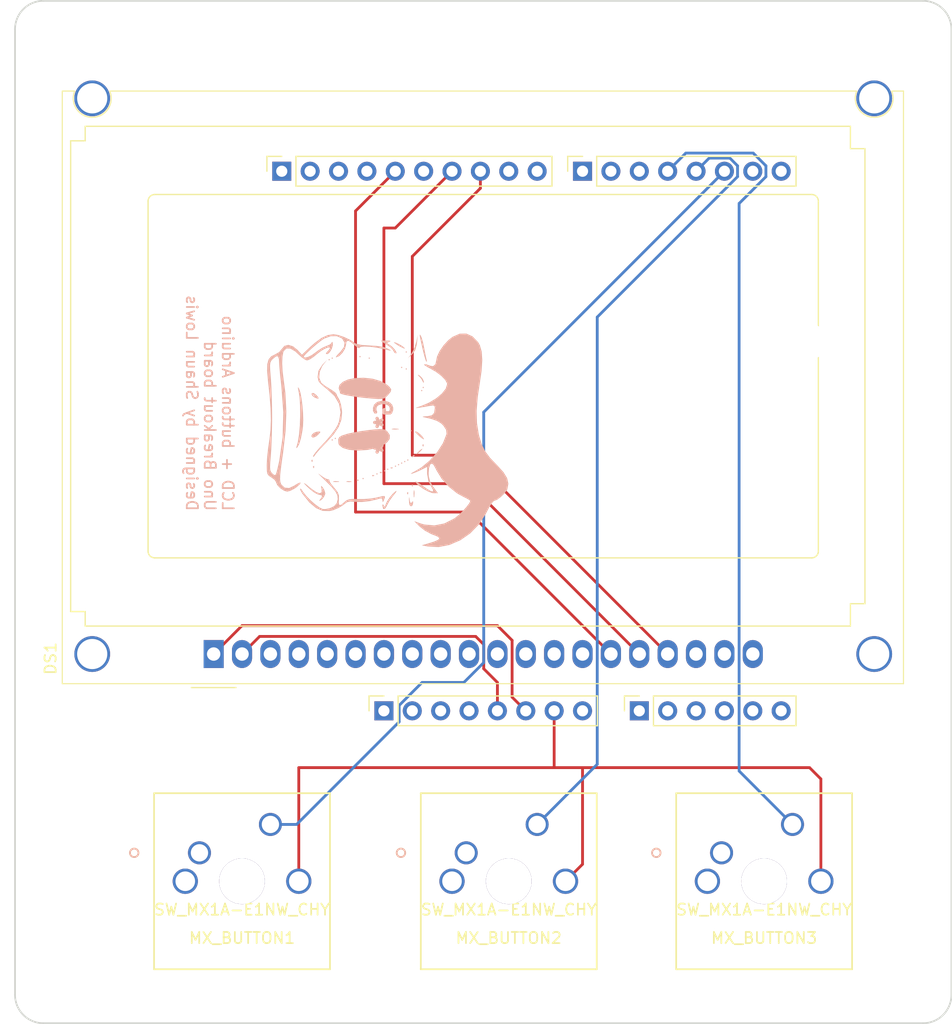
<source format=kicad_pcb>
(kicad_pcb (version 20221018) (generator pcbnew)
  (title_block (date "mar. 31 mars 2015"))
  (layers (0 "F.Cu" signal) (31 "B.Cu" signal) (34 "B.Paste" user) (35 "F.Paste" user) (36 "B.SilkS" user "B.Silkscreen") (37 "F.SilkS" user "F.Silkscreen") (38 "B.Mask" user) (39 "F.Mask" user) (44 "Edge.Cuts" user))
  (net 0 "")
  (net 1 "GND")
  (net 3 "+5V")
  (net 4 "/IOREF")
  (net 5 "/A0")
  (net 6 "/A1")
  (net 7 "/A2")
  (net 8 "/SDA{slash}A4")
  (net 9 "/SCL{slash}A5")
  (net 10 "/13")
  (net 11 "/12")
  (net 12 "/AREF")
  (net 13 "/7")
  (net 14 "/*11")
  (net 15 "/*10")
  (net 16 "/4")
  (net 17 "/2")
  (net 18 "/*6")
  (net 19 "/*5")
  (net 20 "/TX{slash}1")
  (net 21 "/*3")
  (net 22 "/RX{slash}0")
  (net 23 "+3V3")
  (net 24 "VCC")
  (net 25 "/~{RESET}")
  (net 26 "/passive")
  (net 27 "9")
  (net 28 "8")
  (footprint "Connector_PinSocket_2.54mm:PinSocket_1x08_P2.54mm_Vertical" (layer "F.Cu") (at 102.54 163.5 90)
    (fp_text reference "J1" hide)
    (fp_text value "Power")
    (fp_line (start -1.33 1.27) (end -1.33 19.11) (stroke (width 0.12)) (layer "F.SilkS"))
    (fp_line (start -1.33 1.27) (end 1.33 1.27) (stroke (width 0.12)) (layer "F.SilkS"))
    (fp_line (start -1.33 19.11) (end 1.33 19.11) (stroke (width 0.12)) (layer "F.SilkS"))
    (fp_line (start 0 -1.33) (end 1.33 -1.33) (stroke (width 0.12)) (layer "F.SilkS"))
    (fp_line (start 1.33 -1.33) (end 1.33 0) (stroke (width 0.12)) (layer "F.SilkS"))
    (fp_line (start 1.33 1.27) (end 1.33 19.11) (stroke (width 0.12)) (layer "F.SilkS"))
    (pad "1" thru_hole rect locked (at 0 0 90) (size 1.7 1.7) (drill 1) (layers "*.Cu" "*.Mask"))
    (pad "2" thru_hole oval locked (at 0 2.54 90) (size 1.7 1.7) (drill 1) (layers "*.Cu" "*.Mask") (net 4 "/IOREF"))
    (pad "3" thru_hole oval locked (at 0 5.08 90) (size 1.7 1.7) (drill 1) (layers "*.Cu" "*.Mask") (net 25 "/~{RESET}"))
    (pad "4" thru_hole oval locked (at 0 7.62 90) (size 1.7 1.7) (drill 1) (layers "*.Cu" "*.Mask") (net 23 "+3V3"))
    (pad "5" thru_hole oval locked (at 0 10.16 90) (size 1.7 1.7) (drill 1) (layers "*.Cu" "*.Mask") (net 3 "+5V"))
    (pad "6" thru_hole oval locked (at 0 12.7 90) (size 1.7 1.7) (drill 1) (layers "*.Cu" "*.Mask") (net 1 "GND"))
    (pad "7" thru_hole oval locked (at 0 15.24 90) (size 1.7 1.7) (drill 1) (layers "*.Cu" "*.Mask") (net 1 "GND"))
    (pad "8" thru_hole oval locked (at 0 17.78 90) (size 1.7 1.7) (drill 1) (layers "*.Cu" "*.Mask") (net 24 "VCC"))
  )
  (footprint "Connector_PinSocket_2.54mm:PinSocket_1x06_P2.54mm_Vertical" (layer "F.Cu") (at 125.4 163.5 90)
    (fp_text reference "J3" hide)
    (fp_text value "Analog")
    (fp_line (start -1.33 1.27) (end -1.33 14.03) (stroke (width 0.12)) (layer "F.SilkS"))
    (fp_line (start -1.33 1.27) (end 1.33 1.27) (stroke (width 0.12)) (layer "F.SilkS"))
    (fp_line (start -1.33 14.03) (end 1.33 14.03) (stroke (width 0.12)) (layer "F.SilkS"))
    (fp_line (start 0 -1.33) (end 1.33 -1.33) (stroke (width 0.12)) (layer "F.SilkS"))
    (fp_line (start 1.33 -1.33) (end 1.33 0) (stroke (width 0.12)) (layer "F.SilkS"))
    (fp_line (start 1.33 1.27) (end 1.33 14.03) (stroke (width 0.12)) (layer "F.SilkS"))
    (pad "1" thru_hole rect locked (at 0 0 90) (size 1.7 1.7) (drill 1) (layers "*.Cu" "*.Mask") (net 5 "/A0"))
    (pad "2" thru_hole oval locked (at 0 2.54 90) (size 1.7 1.7) (drill 1) (layers "*.Cu" "*.Mask") (net 6 "/A1"))
    (pad "3" thru_hole oval locked (at 0 5.08 90) (size 1.7 1.7) (drill 1) (layers "*.Cu" "*.Mask") (net 7 "/A2"))
    (pad "4" thru_hole oval locked (at 0 7.62 90) (size 1.7 1.7) (drill 1) (layers "*.Cu" "*.Mask") (net 1 "GND"))
    (pad "5" thru_hole oval locked (at 0 10.16 90) (size 1.7 1.7) (drill 1) (layers "*.Cu" "*.Mask") (net 8 "/SDA{slash}A4"))
    (pad "6" thru_hole oval locked (at 0 12.7 90) (size 1.7 1.7) (drill 1) (layers "*.Cu" "*.Mask") (net 9 "/SCL{slash}A5"))
  )
  (footprint "Connector_PinSocket_2.54mm:PinSocket_1x10_P2.54mm_Vertical" (layer "F.Cu") (at 93.396 115.24 90)
    (fp_text reference "J2" hide)
    (fp_text value "Digital/PWM")
    (fp_line (start -1.33 1.27) (end -1.33 24.19) (stroke (width 0.12)) (layer "F.SilkS"))
    (fp_line (start -1.33 1.27) (end 1.33 1.27) (stroke (width 0.12)) (layer "F.SilkS"))
    (fp_line (start -1.33 24.19) (end 1.33 24.19) (stroke (width 0.12)) (layer "F.SilkS"))
    (fp_line (start 0 -1.33) (end 1.33 -1.33) (stroke (width 0.12)) (layer "F.SilkS"))
    (fp_line (start 1.33 -1.33) (end 1.33 0) (stroke (width 0.12)) (layer "F.SilkS"))
    (fp_line (start 1.33 1.27) (end 1.33 24.19) (stroke (width 0.12)) (layer "F.SilkS"))
    (pad "1" thru_hole rect locked (at 0 0 90) (size 1.7 1.7) (drill 1) (layers "*.Cu" "*.Mask") (net 9 "/SCL{slash}A5"))
    (pad "2" thru_hole oval locked (at 0 2.54 90) (size 1.7 1.7) (drill 1) (layers "*.Cu" "*.Mask") (net 8 "/SDA{slash}A4"))
    (pad "3" thru_hole oval locked (at 0 5.08 90) (size 1.7 1.7) (drill 1) (layers "*.Cu" "*.Mask") (net 12 "/AREF"))
    (pad "4" thru_hole oval locked (at 0 7.62 90) (size 1.7 1.7) (drill 1) (layers "*.Cu" "*.Mask") (net 1 "GND"))
    (pad "5" thru_hole oval locked (at 0 10.16 90) (size 1.7 1.7) (drill 1) (layers "*.Cu" "*.Mask") (net 10 "/13"))
    (pad "6" thru_hole oval locked (at 0 12.7 90) (size 1.7 1.7) (drill 1) (layers "*.Cu" "*.Mask") (net 11 "/12"))
    (pad "7" thru_hole oval locked (at 0 15.24 90) (size 1.7 1.7) (drill 1) (layers "*.Cu" "*.Mask") (net 14 "/*11"))
    (pad "8" thru_hole oval locked (at 0 17.78 90) (size 1.7 1.7) (drill 1) (layers "*.Cu" "*.Mask") (net 15 "/*10"))
    (pad "9" thru_hole oval locked (at 0 20.32 90) (size 1.7 1.7) (drill 1) (layers "*.Cu" "*.Mask") (net 27 "9"))
    (pad "10" thru_hole oval locked (at 0 22.86 90) (size 1.7 1.7) (drill 1) (layers "*.Cu" "*.Mask") (net 28 "8"))
  )
  (footprint "Connector_PinSocket_2.54mm:PinSocket_1x08_P2.54mm_Vertical" (layer "F.Cu") (at 120.32 115.24 90)
    (fp_text reference "J4" hide)
    (fp_text value "Digital/PWM")
    (fp_line (start -1.33 1.27) (end -1.33 19.11) (stroke (width 0.12)) (layer "F.SilkS"))
    (fp_line (start -1.33 1.27) (end 1.33 1.27) (stroke (width 0.12)) (layer "F.SilkS"))
    (fp_line (start -1.33 19.11) (end 1.33 19.11) (stroke (width 0.12)) (layer "F.SilkS"))
    (fp_line (start 0 -1.33) (end 1.33 -1.33) (stroke (width 0.12)) (layer "F.SilkS"))
    (fp_line (start 1.33 -1.33) (end 1.33 0) (stroke (width 0.12)) (layer "F.SilkS"))
    (fp_line (start 1.33 1.27) (end 1.33 19.11) (stroke (width 0.12)) (layer "F.SilkS"))
    (pad "1" thru_hole rect locked (at 0 0 90) (size 1.7 1.7) (drill 1) (layers "*.Cu" "*.Mask") (net 13 "/7"))
    (pad "2" thru_hole oval locked (at 0 2.54 90) (size 1.7 1.7) (drill 1) (layers "*.Cu" "*.Mask") (net 18 "/*6"))
    (pad "3" thru_hole oval locked (at 0 5.08 90) (size 1.7 1.7) (drill 1) (layers "*.Cu" "*.Mask") (net 19 "/*5"))
    (pad "4" thru_hole oval locked (at 0 7.62 90) (size 1.7 1.7) (drill 1) (layers "*.Cu" "*.Mask") (net 16 "/4"))
    (pad "5" thru_hole oval locked (at 0 10.16 90) (size 1.7 1.7) (drill 1) (layers "*.Cu" "*.Mask") (net 21 "/*3"))
    (pad "6" thru_hole oval locked (at 0 12.7 90) (size 1.7 1.7) (drill 1) (layers "*.Cu" "*.Mask") (net 17 "/2"))
    (pad "7" thru_hole oval locked (at 0 15.24 90) (size 1.7 1.7) (drill 1) (layers "*.Cu" "*.Mask") (net 20 "/TX{slash}1"))
    (pad "8" thru_hole oval locked (at 0 17.78 90) (size 1.7 1.7) (drill 1) (layers "*.Cu" "*.Mask") (net 22 "/RX{slash}0"))
  )
  (footprint "MX1A-E1NW:MX1A-E1NW" (layer "F.Cu") (at 109.906 176.2)
    (fp_text reference "MX_BUTTON2" (at 3.81 7.62) (layer "F.SilkS"))
    (fp_text value "SW_MX1A-E1NW_CHY" (at 3.81 5.08) (layer "F.SilkS"))
    (fp_circle (center -5.842 0) (end -5.461 0) (stroke (width 0.1524)) (fill none) (layer "B.SilkS"))
    (fp_line (start -4.064 -5.334) (end -4.064 10.414) (stroke (width 0.1524)) (layer "F.SilkS"))
    (fp_line (start -4.064 10.414) (end 11.684 10.414) (stroke (width 0.1524)) (layer "F.SilkS"))
    (fp_line (start 11.684 -5.334) (end -4.064 -5.334) (stroke (width 0.1524)) (layer "F.SilkS"))
    (fp_line (start 11.684 10.414) (end 11.684 -5.334) (stroke (width 0.1524)) (layer "F.SilkS"))
    (fp_circle (center -5.842 0) (end -5.461 0) (stroke (width 0.1524)) (fill none) (layer "F.SilkS"))
    (pad "1" thru_hole circle (at 0 0) (size 2.0574 2.0574) (drill 1.5494) (layers "*.Cu" "*.Mask"))
    (pad "2" thru_hole circle (at 6.35 -2.54) (size 2.0574 2.0574) (drill 1.5494) (layers "*.Cu" "*.Mask") (net 21 "/*3"))
    (pad "3" thru_hole circle (at 3.81 2.54) (size 4.0894 4.0894) (drill 4.0894) (layers "*.Cu" "*.Mask"))
    (pad "4" thru_hole circle (at -1.27 2.54) (size 2.2606 2.2606) (drill 1.7526) (layers "*.Cu" "*.Mask"))
    (pad "5" thru_hole circle (at 8.89 2.54) (size 2.2606 2.2606) (drill 1.7526) (layers "*.Cu" "*.Mask") (net 1 "GND"))
  )
  (footprint "Display:AG12864E" (layer "F.Cu") (at 87.3 158.42 90)
    (fp_text reference "DS1" (at -0.4 -14.6 90) (layer "F.SilkS"))
    (fp_text value "ST7920")
    (fp_line (start -3 -2) (end -3 2) (stroke (width 0.12)) (layer "F.SilkS"))
    (fp_line (start -2.65 -13.55) (end -2.65 61.75) (stroke (width 0.1)) (layer "F.SilkS"))
    (fp_line (start -2.65 61.75) (end 50.35 61.75) (stroke (width 0.1)) (layer "F.SilkS"))
    (fp_line (start 2.5 57) (end 2.5 -11.5) (stroke (width 0.12)) (layer "F.SilkS"))
    (fp_line (start 2.5 57) (end 4.5 57) (stroke (width 0.12)) (layer "F.SilkS"))
    (fp_line (start 3.8 -12.8) (end 3.8 -11.5) (stroke (width 0.12)) (layer "F.SilkS"))
    (fp_line (start 3.8 -12.8) (end 45.9 -12.8) (stroke (width 0.12)) (layer "F.SilkS"))
    (fp_line (start 3.8 -11.5) (end 2.5 -11.5) (stroke (width 0.12)) (layer "F.SilkS"))
    (fp_line (start 4.5 57) (end 4.5 58.3) (stroke (width 0.12)) (layer "F.SilkS"))
    (fp_line (start 8.6 -5.27) (end 8.6 53.53) (stroke (width 0.12)) (layer "F.SilkS"))
    (fp_line (start 9.2 54.13) (end 40.5 54.13) (stroke (width 0.12)) (layer "F.SilkS"))
    (fp_line (start 40.5 -5.87) (end 9.21 -5.87) (stroke (width 0.12)) (layer "F.SilkS"))
    (fp_line (start 41.1 53.53) (end 41.1 -5.27) (stroke (width 0.12)) (layer "F.SilkS"))
    (fp_line (start 45.2 57) (end 45.2 58.3) (stroke (width 0.12)) (layer "F.SilkS"))
    (fp_line (start 45.2 58.3) (end 4.5 58.3) (stroke (width 0.12)) (layer "F.SilkS"))
    (fp_line (start 45.9 -11.5) (end 45.9 -12.8) (stroke (width 0.12)) (layer "F.SilkS"))
    (fp_line (start 47.2 -11.5) (end 45.9 -11.5) (stroke (width 0.12)) (layer "F.SilkS"))
    (fp_line (start 47.2 -11.5) (end 47.2 57) (stroke (width 0.12)) (layer "F.SilkS"))
    (fp_line (start 47.2 57) (end 45.2 57) (stroke (width 0.12)) (layer "F.SilkS"))
    (fp_line (start 50.35 -13.55) (end -2.65 -13.55) (stroke (width 0.1)) (layer "F.SilkS"))
    (fp_line (start 50.35 -13.54) (end 50.35 -12.44) (stroke (width 0.1)) (layer "F.SilkS"))
    (fp_line (start 50.35 57.55) (end 50.35 -9.3) (stroke (width 0.1)) (layer "F.SilkS"))
    (fp_line (start 50.35 61.75) (end 50.35 60.7) (stroke (width 0.1)) (layer "F.SilkS"))
    (fp_arc (start 8.6 -5.27) (mid 8.775736 -5.694264) (end 9.2 -5.87) (stroke (width 0.12)) (layer "F.SilkS"))
    (fp_arc (start 9.2 54.13) (mid 8.775736 53.954264) (end 8.6 53.53) (stroke (width 0.12)) (layer "F.SilkS"))
    (fp_arc (start 40.5 -5.87) (mid 40.924264 -5.694264) (end 41.1 -5.27) (stroke (width 0.12)) (layer "F.SilkS"))
    (fp_arc (start 41.1 53.53) (mid 40.924264 53.954264) (end 40.5 54.13) (stroke (width 0.12)) (layer "F.SilkS"))
    (fp_arc (start 48.12 -11.49) (mid 49.021177 -12.425635) (end 50.32 -12.45) (stroke (width 0.1)) (layer "F.SilkS"))
    (fp_arc (start 48.12 58.51) (mid 49.021177 57.574365) (end 50.32 57.55) (stroke (width 0.1)) (layer "F.SilkS"))
    (fp_arc (start 49.01 -9.32) (mid 48.116081 -10.261888) (end 48.15 -11.56) (stroke (width 0.1)) (layer "F.SilkS"))
    (fp_arc (start 49.08 60.71) (mid 48.144365 59.808823) (end 48.12 58.51) (stroke (width 0.1)) (layer "F.SilkS"))
    (fp_arc (start 50.31 60.71) (mid 49.014106 60.678564) (end 48.12 59.74) (stroke (width 0.1)) (layer "F.SilkS"))
    (fp_arc (start 50.33 -9.29) (mid 49.028249 -9.307294) (end 48.12 -10.24) (stroke (width 0.1)) (layer "F.SilkS"))
    (pad "" thru_hole circle (at 0 -10.87) (size 3.2 3.2) (drill 2.7) (layers "*.Cu" "*.Mask"))
    (pad "" thru_hole circle (at 0 59.13) (size 3.2 3.2) (drill 2.7) (layers "*.Cu" "*.Mask"))
    (pad "" thru_hole circle (at 49.7 -10.87) (size 3.2 3.2) (drill 2.7) (layers "*.Cu" "*.Mask"))
    (pad "" thru_hole circle (at 49.7 59.13) (size 3.2 3.2) (drill 2.7) (layers "*.Cu" "*.Mask"))
    (pad "1" thru_hole rect (at 0 0) (size 1.8 2.5) (drill 1.2) (layers "*.Cu" "*.Mask") (net 1 "GND"))
    (pad "2" thru_hole oval (at 0 2.54) (size 1.8 2.5) (drill 1.2) (layers "*.Cu" "*.Mask") (net 3 "+5V"))
    (pad "3" thru_hole oval (at 0 5.08) (size 1.8 2.5) (drill 1.2) (layers "*.Cu" "*.Mask") (net 26 "/passive"))
    (pad "4" thru_hole oval (at 0 7.62) (size 1.8 2.5) (drill 1.2) (layers "*.Cu" "*.Mask") (net 26 "/passive"))
    (pad "5" thru_hole oval (at 0 10.16) (size 1.8 2.5) (drill 1.2) (layers "*.Cu" "*.Mask") (net 26 "/passive"))
    (pad "6" thru_hole oval (at 0 12.7) (size 1.8 2.5) (drill 1.2) (layers "*.Cu" "*.Mask") (net 1 "GND"))
    (pad "7" thru_hole oval (at 0 15.24) (size 1.8 2.5) (drill 1.2) (layers "*.Cu" "*.Mask") (net 26 "/passive"))
    (pad "8" thru_hole oval (at 0 17.78) (size 1.8 2.5) (drill 1.2) (layers "*.Cu" "*.Mask") (net 26 "/passive"))
    (pad "9" thru_hole oval (at 0 20.32) (size 1.8 2.5) (drill 1.2) (layers "*.Cu" "*.Mask") (net 26 "/passive"))
    (pad "10" thru_hole oval (at 0 22.86) (size 1.8 2.5) (drill 1.2) (layers "*.Cu" "*.Mask") (net 26 "/passive"))
    (pad "11" thru_hole oval (at 0 25.4) (size 1.8 2.5) (drill 1.2) (layers "*.Cu" "*.Mask") (net 26 "/passive"))
    (pad "12" thru_hole oval (at 0 27.94) (size 1.8 2.5) (drill 1.2) (layers "*.Cu" "*.Mask") (net 26 "/passive"))
    (pad "13" thru_hole oval (at 0 30.48) (size 1.8 2.5) (drill 1.2) (layers "*.Cu" "*.Mask") (net 26 "/passive"))
    (pad "14" thru_hole oval (at 0 33.02) (size 1.8 2.5) (drill 1.2) (layers "*.Cu" "*.Mask") (net 26 "/passive"))
    (pad "15" thru_hole oval (at 0 35.56) (size 1.8 2.5) (drill 1.2) (layers "*.Cu" "*.Mask") (net 10 "/13"))
    (pad "16" thru_hole oval (at 0 38.1) (size 1.8 2.5) (drill 1.2) (layers "*.Cu" "*.Mask") (net 14 "/*11"))
    (pad "17" thru_hole oval (at 0 40.64) (size 1.8 2.5) (drill 1.2) (layers "*.Cu" "*.Mask") (net 15 "/*10"))
    (pad "18" thru_hole oval (at 0 43.18) (size 1.8 2.5) (drill 1.2) (layers "*.Cu" "*.Mask") (net 26 "/passive"))
    (pad "19" thru_hole oval (at 0 45.72) (size 1.8 2.5) (drill 1.2) (layers "*.Cu" "*.Mask") (net 3 "+5V"))
    (pad "20" thru_hole oval (at 0 48.26) (size 1.8 2.5) (drill 1.2) (layers "*.Cu" "*.Mask") (net 1 "GND"))
  )
  (footprint "MX1A-E1NW:MX1A-E1NW" (layer "F.Cu") (at 86.03 176.2)
    (fp_text reference "MX_BUTTON1" (at 3.81 7.62) (layer "F.SilkS"))
    (fp_text value "SW_MX1A-E1NW_CHY" (at 3.81 5.08) (layer "F.SilkS"))
    (fp_circle (center -5.842 0) (end -5.461 0) (stroke (width 0.1524)) (fill none) (layer "B.SilkS"))
    (fp_line (start -4.064 -5.334) (end -4.064 10.414) (stroke (width 0.1524)) (layer "F.SilkS"))
    (fp_line (start -4.064 10.414) (end 11.684 10.414) (stroke (width 0.1524)) (layer "F.SilkS"))
    (fp_line (start 11.684 -5.334) (end -4.064 -5.334) (stroke (width 0.1524)) (layer "F.SilkS"))
    (fp_line (start 11.684 10.414) (end 11.684 -5.334) (stroke (width 0.1524)) (layer "F.SilkS"))
    (fp_circle (center -5.842 0) (end -5.461 0) (stroke (width 0.1524)) (fill none) (layer "F.SilkS"))
    (pad "1" thru_hole circle (at 0 0) (size 2.0574 2.0574) (drill 1.5494) (layers "*.Cu" "*.Mask"))
    (pad "2" thru_hole circle (at 6.35 -2.54) (size 2.0574 2.0574) (drill 1.5494) (layers "*.Cu" "*.Mask") (net 17 "/2"))
    (pad "3" thru_hole circle (at 3.81 2.54) (size 4.0894 4.0894) (drill 4.0894) (layers "*.Cu" "*.Mask"))
    (pad "4" thru_hole circle (at -1.27 2.54) (size 2.2606 2.2606) (drill 1.7526) (layers "*.Cu" "*.Mask"))
    (pad "5" thru_hole circle (at 8.89 2.54) (size 2.2606 2.2606) (drill 1.7526) (layers "*.Cu" "*.Mask") (net 1 "GND"))
  )
  (footprint "Arduino_MountingHole:MountingHole_3.2mm" (layer "F.Cu") (at 89.84 115.24)
    (fp_text reference "MH1" hide)
    (fp_text value "MountingHole_3.2mm" hide)
    (pad "" np_thru_hole circle locked (at 0 0) (size 3.2 3.2) (drill 3.2) (layers "*.Cu" "*.Mask"))
  )
  (footprint "Arduino_MountingHole:MountingHole_3.2mm" (layer "F.Cu") (at 88.57 163.5)
    (fp_text reference "MH2" hide)
    (fp_text value "MountingHole_3.2mm" hide)
    (pad "" np_thru_hole circle locked (at 0 0) (size 3.2 3.2) (drill 3.2) (layers "*.Cu" "*.Mask"))
  )
  (footprint "MX1A-E1NW:MX1A-E1NW" (layer "F.Cu") (at 132.766 176.2)
    (fp_text reference "MX_BUTTON3" (at 3.81 7.62) (layer "F.SilkS"))
    (fp_text value "SW_MX1A-E1NW_CHY" (at 3.81 5.08) (layer "F.SilkS"))
    (fp_circle (center -5.842 0) (end -5.461 0) (stroke (width 0.1524)) (fill none) (layer "B.SilkS"))
    (fp_line (start -4.064 -5.334) (end -4.064 10.414) (stroke (width 0.1524)) (layer "F.SilkS"))
    (fp_line (start -4.064 10.414) (end 11.684 10.414) (stroke (width 0.1524)) (layer "F.SilkS"))
    (fp_line (start 11.684 -5.334) (end -4.064 -5.334) (stroke (width 0.1524)) (layer "F.SilkS"))
    (fp_line (start 11.684 10.414) (end 11.684 -5.334) (stroke (width 0.1524)) (layer "F.SilkS"))
    (fp_circle (center -5.842 0) (end -5.461 0) (stroke (width 0.1524)) (fill none) (layer "F.SilkS"))
    (pad "1" thru_hole circle (at 0 0) (size 2.0574 2.0574) (drill 1.5494) (layers "*.Cu" "*.Mask"))
    (pad "2" thru_hole circle (at 6.35 -2.54) (size 2.0574 2.0574) (drill 1.5494) (layers "*.Cu" "*.Mask") (net 16 "/4"))
    (pad "3" thru_hole circle (at 3.81 2.54) (size 4.0894 4.0894) (drill 4.0894) (layers "*.Cu" "*.Mask"))
    (pad "4" thru_hole circle (at -1.27 2.54) (size 2.2606 2.2606) (drill 1.7526) (layers "*.Cu" "*.Mask"))
    (pad "5" thru_hole circle (at 8.89 2.54) (size 2.2606 2.2606) (drill 1.7526) (layers "*.Cu" "*.Mask") (net 1 "GND"))
  )
  (footprint "Arduino_MountingHole:MountingHole_3.2mm" (layer "F.Cu") (at 140.64 130.48)
    (fp_text reference "MH3" hide)
    (fp_text value "MountingHole_3.2mm" hide)
    (pad "" np_thru_hole circle locked (at 0 0) (size 3.2 3.2) (drill 3.2) (layers "*.Cu" "*.Mask"))
  )
  (footprint "Arduino_MountingHole:MountingHole_3.2mm" (layer "F.Cu") (at 140.64 158.42)
    (fp_text reference "MH4" hide)
    (fp_text value "MountingHole_3.2mm" hide)
    (pad "" np_thru_hole circle locked (at 0 0) (size 3.2 3.2) (drill 3.2) (layers "*.Cu" "*.Mask"))
  )
  (footprint "LOGO" (layer "B.Cu") (at 102.54 138.1 90)
    (fp_text reference "G***" (at 0 0 90) (layer "B.SilkS") (effects (font (size 1.5 1.5) (thickness 0.3)) (justify mirror)))
    (fp_text value "LOGO" hide)
    (fp_poly (pts (xy -4.555435 -1.863587) (xy -4.624457 -1.932609) (xy -4.693479 -1.863587) (xy -4.624457 -1.794566)) (fill solid) (layer "B.SilkS"))
    (fp_poly (pts (xy -4.141305 -0.621196) (xy -4.210326 -0.690218) (xy -4.279348 -0.621196) (xy -4.210326 -0.552174)) (fill solid) (layer "B.SilkS"))
    (fp_poly (pts (xy -3.865218 0.069021) (xy -3.934239 0) (xy -4.003261 0.069021) (xy -3.934239 0.138043)) (fill solid) (layer "B.SilkS"))
    (fp_poly (pts (xy -3.727174 0.345108) (xy -3.796196 0.276087) (xy -3.865218 0.345108) (xy -3.796196 0.41413)) (fill solid) (layer "B.SilkS"))
    (fp_poly (pts (xy -3.451087 1.035326) (xy -3.520109 0.966304) (xy -3.589131 1.035326) (xy -3.520109 1.104347)) (fill solid) (layer "B.SilkS"))
    (fp_poly (pts (xy -3.313044 1.311413) (xy -3.382066 1.242391) (xy -3.451087 1.311413) (xy -3.382066 1.380434)) (fill solid) (layer "B.SilkS"))
    (fp_poly (pts (xy -3.175 1.5875) (xy -3.244022 1.518478) (xy -3.313044 1.5875) (xy -3.244022 1.656521)) (fill solid) (layer "B.SilkS"))
    (fp_poly (pts (xy -3.036957 1.863587) (xy -3.105979 1.794565) (xy -3.175 1.863587) (xy -3.105979 1.932608)) (fill solid) (layer "B.SilkS"))
    (fp_poly (pts (xy -2.898913 2.139674) (xy -2.967935 2.070652) (xy -3.036957 2.139674) (xy -2.967935 2.208695)) (fill solid) (layer "B.SilkS"))
    (fp_poly (pts (xy -1.104348 -4.624457) (xy -1.17337 -4.693479) (xy -1.242392 -4.624457) (xy -1.17337 -4.555435)) (fill solid) (layer "B.SilkS"))
    (fp_poly (pts (xy -0.966305 -4.34837) (xy -1.035326 -4.417392) (xy -1.104348 -4.34837) (xy -1.035326 -4.279348)) (fill solid) (layer "B.SilkS"))
    (fp_poly (pts (xy -0.276087 2.41576) (xy -0.345109 2.346739) (xy -0.414131 2.41576) (xy -0.345109 2.484782)) (fill solid) (layer "B.SilkS"))
    (fp_poly (pts (xy 3.313043 3.382065) (xy 3.244021 3.313043) (xy 3.175 3.382065) (xy 3.244021 3.451087)) (fill solid) (layer "B.SilkS"))
    (fp_poly (pts (xy 3.58913 3.520108) (xy 3.520108 3.451087) (xy 3.451087 3.520108) (xy 3.520108 3.58913)) (fill solid) (layer "B.SilkS"))
    (fp_poly (pts (xy 5.245652 2.00163) (xy 5.17663 1.932608) (xy 5.107608 2.00163) (xy 5.17663 2.070652)) (fill solid) (layer "B.SilkS"))
    (fp_poly (pts (xy 5.383695 1.5875) (xy 5.314674 1.518478) (xy 5.245652 1.5875) (xy 5.314674 1.656521)) (fill solid) (layer "B.SilkS"))
    (fp_poly (pts (xy 6.073913 -4.900544) (xy 6.004891 -4.969566) (xy 5.935869 -4.900544) (xy 6.004891 -4.831522)) (fill solid) (layer "B.SilkS"))
    (fp_poly (pts (xy 6.211956 -4.624457) (xy 6.142934 -4.693479) (xy 6.073913 -4.624457) (xy 6.142934 -4.555435)) (fill solid) (layer "B.SilkS"))
    (fp_poly (pts (xy 6.211956 -1.311413) (xy 6.142934 -1.380435) (xy 6.073913 -1.311413) (xy 6.142934 -1.242392)) (fill solid) (layer "B.SilkS"))
    (fp_poly (pts (xy 6.35 -2.139674) (xy 6.280978 -2.208696) (xy 6.211956 -2.139674) (xy 6.280978 -2.070653)) (fill solid) (layer "B.SilkS"))
    (fp_poly (pts (xy 6.76413 2.00163) (xy 6.695108 1.932608) (xy 6.626087 2.00163) (xy 6.695108 2.070652)) (fill solid) (layer "B.SilkS"))
    (fp_poly (pts (xy -5.843841 2.162681) (xy -5.86279 2.080614) (xy -5.93587 2.070652) (xy -6.049495 2.12116) (xy -6.027899 2.162681) (xy -5.864074 2.179202)) (fill solid) (layer "B.SilkS"))
    (fp_poly (pts (xy -5.153624 2.576811) (xy -5.172573 2.494745) (xy -5.245653 2.484782) (xy -5.359278 2.53529) (xy -5.337682 2.576811) (xy -5.173856 2.593332)) (fill solid) (layer "B.SilkS"))
    (fp_poly (pts (xy -4.739493 -2.254711) (xy -4.722972 -2.418536) (xy -4.739493 -2.438768) (xy -4.82156 -2.419819) (xy -4.831522 -2.34674) (xy -4.781014 -2.233114)) (fill solid) (layer "B.SilkS"))
    (fp_poly (pts (xy -4.325363 -0.874276) (xy -4.308842 -1.038101) (xy -4.325363 -1.058334) (xy -4.407429 -1.039385) (xy -4.417392 -0.966305) (xy -4.366884 -0.852679)) (fill solid) (layer "B.SilkS"))
    (fp_poly (pts (xy -4.049276 -0.184058) (xy -4.032755 -0.347884) (xy -4.049276 -0.368116) (xy -4.131342 -0.349167) (xy -4.141305 -0.276087) (xy -4.090797 -0.162462)) (fill solid) (layer "B.SilkS"))
    (fp_poly (pts (xy -3.635145 0.782246) (xy -3.618624 0.618421) (xy -3.635145 0.598188) (xy -3.717212 0.617137) (xy -3.727174 0.690217) (xy -3.676666 0.803842)) (fill solid) (layer "B.SilkS"))
    (fp_poly (pts (xy -3.497102 -6.257971) (xy -3.516051 -6.340038) (xy -3.589131 -6.35) (xy -3.702756 -6.299492) (xy -3.68116 -6.257971) (xy -3.517334 -6.24145)) (fill solid) (layer "B.SilkS"))
    (fp_poly (pts (xy -2.944928 -6.396015) (xy -2.963877 -6.478082) (xy -3.036957 -6.488044) (xy -3.150582 -6.437536) (xy -3.128986 -6.396015) (xy -2.965161 -6.379494)) (fill solid) (layer "B.SilkS"))
    (fp_poly (pts (xy -1.564493 3.543116) (xy -1.583442 3.461049) (xy -1.656522 3.451087) (xy -1.770148 3.501595) (xy -1.748551 3.543116) (xy -1.584726 3.559637)) (fill solid) (layer "B.SilkS"))
    (fp_poly (pts (xy -5.692684 2.717673) (xy -5.660415 2.680358) (xy -5.858654 2.659421) (xy -6.004892 2.657638) (xy -6.272224 2.671229) (xy -6.312783 2.702408) (xy -6.244858 2.720458) (xy -5.885168 2.742684)) (fill solid) (layer "B.SilkS"))
    (fp_poly (pts (xy -4.880734 -2.912317) (xy -4.873903 -2.936052) (xy -4.853694 -3.236753) (xy -4.879018 -3.350182) (xy -4.924335 -3.354771) (xy -4.942844 -3.13867) (xy -4.942654 -3.105979) (xy -4.922749 -2.89188)) (fill solid) (layer "B.SilkS"))
    (fp_poly (pts (xy -4.874409 -4.037772) (xy -4.85294 -4.387882) (xy -4.874409 -4.520924) (xy -4.91442 -4.563887) (xy -4.936204 -4.373008) (xy -4.937539 -4.279348) (xy -4.923147 -4.028203) (xy -4.887314 -3.998605)) (fill solid) (layer "B.SilkS"))
    (fp_poly (pts (xy -2.528092 2.6717) (xy -2.553805 2.622826) (xy -2.683871 2.490994) (xy -2.708142 2.484782) (xy -2.71756 2.573951) (xy -2.691848 2.622826) (xy -2.561782 2.754658) (xy -2.537511 2.760869)) (fill solid) (layer "B.SilkS"))
    (fp_poly (pts (xy -1.986872 3.36487) (xy -2.139674 3.175) (xy -2.347114 2.970842) (xy -2.458551 2.898913) (xy -2.43052 2.985129) (xy -2.277718 3.175) (xy -2.070278 3.379157) (xy -1.958841 3.451087)) (fill solid) (layer "B.SilkS"))
    (fp_poly (pts (xy -0.178455 1.275292) (xy -0.156229 0.915602) (xy -0.18124 0.723118) (xy -0.218555 0.690849) (xy -0.239492 0.889088) (xy -0.241275 1.035326) (xy -0.227684 1.302658) (xy -0.196505 1.343217)) (fill solid) (layer "B.SilkS"))
    (fp_poly (pts (xy -0.414449 -5.728827) (xy -0.436333 -6.005688) (xy -0.530703 -6.271852) (xy -0.698015 -6.449508) (xy -0.865897 -6.496758) (xy -0.961971 -6.371701) (xy -0.966305 -6.312496) (xy -0.871292 -6.081573) (xy -0.677909 -5.855709) (xy -0.476956 -5.688142)) (fill solid) (layer "B.SilkS"))
    (fp_poly (pts (xy 4.26881 3.491606) (xy 4.486413 3.313043) (xy 4.641456 3.113473) (xy 4.653998 3.036956) (xy 4.515593 3.135434) (xy 4.480434 3.184673) (xy 4.287705 3.351272) (xy 4.092667 3.45201) (xy 3.922183 3.544802) (xy 4.016376 3.58038)) (fill solid) (layer "B.SilkS"))
    (fp_poly (pts (xy 7.593906 2.897017) (xy 7.103862 2.744296) (xy 6.652891 2.529293) (xy 6.55858 2.468261) (xy 6.142934 2.172521) (xy 6.489257 2.533794) (xy 6.850921 2.801837) (xy 7.340609 2.940124) (xy 7.524584 2.96255) (xy 8.213587 3.030033)) (fill solid) (layer "B.SilkS"))
    (fp_poly (pts (xy -0.921487 3.492472) (xy -0.682677 3.27027) (xy -0.481969 3.024183) (xy -0.414131 2.872883) (xy -0.425018 2.791738) (xy -0.490926 2.817529) (xy -0.661725 2.986369) (xy -0.853968 3.191382) (xy -1.057466 3.43864) (xy -1.119649 3.577881) (xy -1.100922 3.58913)) (fill solid) (layer "B.SilkS"))
    (fp_poly (pts (xy 7.176941 1.708253) (xy 7.354569 1.430086) (xy 7.505192 1.13722) (xy 7.573596 0.929948) (xy 7.565806 0.893705) (xy 7.476923 0.972893) (xy 7.303998 1.2271) (xy 7.196844 1.406284) (xy 7.039857 1.710228) (xy 6.994488 1.868654) (xy 7.027524 1.871431)) (fill solid) (layer "B.SilkS"))
    (fp_poly (pts (xy -6.63948 2.595595) (xy -6.750186 2.496378) (xy -6.753684 2.49416) (xy -6.830099 2.396807) (xy -6.663816 2.329823) (xy -6.546619 2.309892) (xy -6.300833 2.268116) (xy -6.31923 2.247946) (xy -6.488044 2.240277) (xy -6.824972 2.259285) (xy -7.006567 2.300406) (xy -7.118841 2.426337) (xy -7.02665 2.560763) (xy -6.790495 2.620712)) (fill solid) (layer "B.SilkS"))
    (fp_poly (pts (xy 2.655733 -5.879012) (xy 2.845071 -6.043978) (xy 2.999743 -6.248773) (xy 3.036956 -6.359861) (xy 2.964516 -6.486803) (xy 2.800017 -6.427318) (xy 2.679775 -6.280979) (xy 2.760869 -6.280979) (xy 2.829891 -6.35) (xy 2.898913 -6.280979) (xy 2.829891 -6.211957) (xy 2.760869 -6.280979) (xy 2.679775 -6.280979) (xy 2.622691 -6.211505) (xy 2.616498 -6.200134) (xy 2.520858 -5.954332) (xy 2.526186 -5.848452)) (fill solid) (layer "B.SilkS"))
    (fp_poly (pts (xy 6.004891 3.82104) (xy 6.29036 3.754093) (xy 6.734038 3.66455) (xy 7.080525 3.600441) (xy 7.558463 3.49969) (xy 7.949362 3.389483) (xy 8.115851 3.320856) (xy 8.239615 3.239614) (xy 8.232602 3.206106) (xy 8.061445 3.224281) (xy 7.692778 3.298088) (xy 7.093233 3.431478) (xy 6.997189 3.453266) (xy 6.48024 3.579979) (xy 6.071993 3.697375) (xy 5.844192 3.784324) (xy 5.823819 3.798854) (xy 5.853269 3.847858)) (fill solid) (layer "B.SilkS"))
    (fp_poly (pts (xy -5.742228 1.072607) (xy -5.960788 0.810912) (xy -6.302782 0.522569) (xy -6.672557 0.277013) (xy -6.974459 0.143685) (xy -7.032526 0.135929) (xy -7.174874 0.114845) (xy -7.072287 0.020944) (xy -7.040218 0) (xy -6.910856 -0.107207) (xy -7.03519 -0.135462) (xy -7.066582 -0.13593) (xy -7.310275 -0.074398) (xy -7.375425 -0.016021) (xy -7.314499 0.110717) (xy -7.066896 0.263785) (xy -7.011447 0.288004) (xy -6.6245 0.498489) (xy -6.200758 0.79909) (xy -6.090894 0.890709) (xy -5.841019 1.087239) (xy -5.727227 1.130573)) (fill solid) (layer "B.SilkS"))
    (fp_poly (pts (xy 6.739189 1.088807) (xy 6.957079 0.936308) (xy 7.180839 0.72366) (xy 7.343588 0.501192) (xy 7.466112 0.299997) (xy 7.542538 0.338916) (xy 7.604367 0.486231) (xy 7.674246 0.603528) (xy 7.710324 0.480497) (xy 7.720732 0.241576) (xy 7.718842 -0.090296) (xy 7.701998 -0.264523) (xy 7.695924 -0.272374) (xy 7.610142 -0.164104) (xy 7.431687 0.106408) (xy 7.323064 0.2798) (xy 7.089348 0.605998) (xy 6.885941 0.802408) (xy 6.82017 0.82826) (xy 6.632177 0.939084) (xy 6.57599 1.035785) (xy 6.590912 1.136764)) (fill solid) (layer "B.SilkS"))
    (fp_poly (pts (xy 1.24814 -7.238872) (xy 1.926437 -7.293934) (xy 2.56281 -7.375974) (xy 3.081445 -7.476925) (xy 3.40653 -7.588722) (xy 3.423453 -7.598879) (xy 3.550557 -7.696301) (xy 3.445142 -7.693487) (xy 3.313043 -7.661945) (xy 2.699922 -7.559014) (xy 1.916372 -7.503226) (xy 1.040213 -7.492341) (xy 0.149262 -7.524118) (xy -0.678662 -7.596314) (xy -1.365741 -7.706689) (xy -1.725544 -7.807059) (xy -1.903611 -7.848137) (xy -1.863587 -7.767428) (xy -1.562106 -7.591207) (xy -1.044142 -7.429239) (xy -0.36929 -7.297729) (xy 0.069021 -7.241951) (xy 0.603731 -7.218855)) (fill solid) (layer "B.SilkS"))
    (fp_poly (pts (xy 3.580214 0.496453) (xy 3.771621 0.280117) (xy 4.09044 -0.27364) (xy 4.301651 -1.001939) (xy 4.394157 -1.820656) (xy 4.356863 -2.645667) (xy 4.234228 -3.227287) (xy 4.026079 -3.680775) (xy 3.750149 -3.97101) (xy 3.45658 -4.05529) (xy 3.318821 -4.006832) (xy 3.096573 -3.929675) (xy 3.023111 -3.942796) (xy 2.949379 -3.852563) (xy 2.860236 -3.536822) (xy 2.7643 -3.045101) (xy 2.670189 -2.426933) (xy 2.586519 -1.731848) (xy 2.52882 -1.101721) (xy 2.49123 -0.549116) (xy 2.492882 -0.196818) (xy 2.548633 0.029872) (xy 2.673344 0.205655) (xy 2.816563 0.344846) (xy 3.129387 0.60458) (xy 3.352155 0.657269)) (fill solid) (layer "B.SilkS"))
    (fp_poly (pts (xy -5.657798 -5.327405) (xy -5.444591 -5.454835) (xy -5.276159 -5.59827) (xy -5.329498 -5.624367) (xy -5.55625 -5.577914) (xy -5.848014 -5.578923) (xy -5.939126 -5.746329) (xy -5.831903 -6.059372) (xy -5.528666 -6.497294) (xy -5.441961 -6.60124) (xy -5.138522 -6.972195) (xy -5.02239 -7.148204) (xy -5.083551 -7.127423) (xy -5.31199 -6.908006) (xy -5.574698 -6.62569) (xy -5.857813 -6.263363) (xy -6.038723 -5.937791) (xy -6.073913 -5.797429) (xy -6.135776 -5.557381) (xy -6.311347 -5.565848) (xy -6.460435 -5.687392) (xy -6.600053 -5.786792) (xy -6.626087 -5.766274) (xy -6.516514 -5.566534) (xy -6.267481 -5.363524) (xy -5.99852 -5.249614) (xy -5.952394 -5.245653)) (fill solid) (layer "B.SilkS"))
    (fp_poly (pts (xy -0.404632 0.306971) (xy -0.374755 0.273302) (xy -0.264127 0.112313) (xy -0.206685 -0.089869) (xy -0.198469 -0.397474) (xy -0.235517 -0.874736) (xy -0.278997 -1.279687) (xy -0.369545 -1.957214) (xy -0.484022 -2.633746) (xy -0.601587 -3.189819) (xy -0.633716 -3.313044) (xy -0.776979 -3.758444) (xy -0.916856 -3.994374) (xy -1.096147 -4.083559) (xy -1.164659 -4.091114) (xy -1.473647 -4.070983) (xy -1.618569 -4.022093) (xy -1.890057 -3.687943) (xy -2.059891 -3.119893) (xy -2.120706 -2.343528) (xy -2.120667 -2.277718) (xy -2.062582 -1.450028) (xy -1.910573 -0.729028) (xy -1.683582 -0.142393) (xy -1.400551 0.282201) (xy -1.080422 0.517077) (xy -0.742135 0.534559)) (fill solid) (layer "B.SilkS"))
    (fp_poly (pts (xy 1.44517 -3.755593) (xy 1.932895 -3.830475) (xy 2.352639 -3.953023) (xy 2.506577 -4.028645) (xy 2.785215 -4.188228) (xy 2.951164 -4.249841) (xy 3.083258 -4.365826) (xy 3.285051 -4.651068) (xy 3.406947 -4.855956) (xy 3.650456 -5.244778) (xy 3.883286 -5.544692) (xy 3.967764 -5.625272) (xy 4.389396 -5.786771) (xy 4.902488 -5.750966) (xy 5.417006 -5.528597) (xy 5.545658 -5.437047) (xy 6.004891 -5.076267) (xy 5.554072 -5.506068) (xy 5.022225 -5.855344) (xy 4.451598 -5.938966) (xy 4.084847 -5.852568) (xy 3.890606 -5.701609) (xy 3.609411 -5.39563) (xy 3.367836 -5.088225) (xy 2.743633 -4.419915) (xy 2.050988 -4.016635) (xy 1.297992 -3.880733) (xy 0.492739 -4.014557) (xy 0.140787 -4.15181) (xy -0.23436 -4.374703) (xy -0.719351 -4.735884) (xy -1.233902 -5.173448) (xy -1.466511 -5.391169) (xy -1.903886 -5.797608) (xy -2.283039 -6.117701) (xy -2.552395 -6.309587) (xy -2.642625 -6.345803) (xy -2.694019 -6.292538) (xy -2.553805 -6.18781) (xy -2.332854 -6.022227) (xy -1.983456 -5.714313) (xy -1.568714 -5.320564) (xy -1.416744 -5.169866) (xy -0.678733 -4.497515) (xy -0.014159 -4.051283) (xy 0.623041 -3.808407) (xy 1.278933 -3.746122)) (fill solid) (layer "B.SilkS"))
    (fp_poly (pts (xy -6.192043 0.067894) (xy -6.194475 -0.127102) (xy -6.293696 -0.536892) (xy -6.306902 -0.586685) (xy -6.403542 -1.123732) (xy -6.457159 -1.774811) (xy -6.459235 -2.271978) (xy -6.448559 -2.801272) (xy -6.482955 -3.138773) (xy -6.580071 -3.367408) (xy -6.72962 -3.542605) (xy -6.981131 -3.835529) (xy -6.994044 -3.995149) (xy -6.758236 -4.043152) (xy -6.50292 -4.028339) (xy -6.142636 -4.026536) (xy -5.847079 -4.133381) (xy -5.504972 -4.394306) (xy -5.419099 -4.470852) (xy -5.10042 -4.729866) (xy -4.862936 -4.870105) (xy -4.783027 -4.875056) (xy -4.70733 -4.904649) (xy -4.693479 -5.010777) (xy -4.609632 -5.243999) (xy -4.39679 -5.580542) (xy -4.258366 -5.758512) (xy -4.17025 -5.87699) (xy -4.252385 -5.812863) (xy -4.48536 -5.584162) (xy -4.847635 -5.211142) (xy -5.383363 -4.676135) (xy -5.798551 -4.334218) (xy -6.142729 -4.16099) (xy -6.465424 -4.132053) (xy -6.816164 -4.223006) (xy -6.837213 -4.230986) (xy -7.086229 -4.451457) (xy -7.275001 -4.83545) (xy -7.35825 -5.270805) (xy -7.343772 -5.485772) (xy -7.208207 -5.769124) (xy -6.923149 -6.157207) (xy -6.552133 -6.579135) (xy -6.158699 -6.964023) (xy -5.806383 -7.240983) (xy -5.729955 -7.286247) (xy -5.542138 -7.425595) (xy -5.523142 -7.501765) (xy -5.668243 -7.476082) (xy -5.939751 -7.32587) (xy -6.005144 -7.281758) (xy -6.767151 -6.672899) (xy -7.267573 -6.079855) (xy -7.518233 -5.480072) (xy -7.530954 -4.850994) (xy -7.452447 -4.520536) (xy -7.25867 -4.060942) (xy -7.008206 -3.654894) (xy -6.946405 -3.580615) (xy -6.745124 -3.30742) (xy -6.677587 -3.014763) (xy -6.710094 -2.600636) (xy -6.725151 -1.988663) (xy -6.643069 -1.26842) (xy -6.482865 -0.582101) (xy -6.413045 -0.379312) (xy -6.408091 -0.180324) (xy -6.576807 -0.128341) (xy -6.746593 -0.109886) (xy -6.668407 -0.049235) (xy -6.557066 0) (xy -6.30628 0.09472)) (fill solid) (layer "B.SilkS"))
    (fp_poly (pts (xy -4.587148 11.031568) (xy -4.046993 10.701313) (xy -3.429021 10.135819) (xy -3.412154 10.118421) (xy -2.771429 9.503497) (xy -2.188503 9.069727) (xy -1.574337 8.764464) (xy -0.839894 8.53506) (xy -0.660053 8.491125) (xy 0.328622 8.331457) (xy 1.427047 8.300832) (xy 2.682974 8.400094) (xy 3.812826 8.570008) (xy 5.003244 8.744266) (xy 5.965134 8.806361) (xy 6.722615 8.755453) (xy 7.299804 8.590705) (xy 7.565836 8.439561) (xy 8.087602 7.937463) (xy 8.343272 7.375298) (xy 8.33146 6.771435) (xy 8.050778 6.144246) (xy 7.766561 5.779593) (xy 7.299583 5.344663) (xy 6.778009 4.985784) (xy 6.284286 4.75306) (xy 5.975879 4.691364) (xy 5.605633 4.610704) (xy 5.42859 4.404725) (xy 5.450855 4.189747) (xy 5.595259 3.775184) (xy 5.601305 3.594038) (xy 5.493673 3.656919) (xy 5.297039 3.974434) (xy 5.235704 4.097257) (xy 4.916948 4.656286) (xy 4.551332 5.138279) (xy 4.188189 5.488798) (xy 3.876852 5.653408) (xy 3.820115 5.659266) (xy 3.414175 5.532309) (xy 2.975642 5.184555) (xy 2.542665 4.662078) (xy 2.153392 4.010949) (xy 1.845972 3.277244) (xy 1.844742 3.273557) (xy 1.728045 2.931683) (xy 1.681708 2.840657) (xy 1.690342 2.988894) (xy 1.71383 3.175) (xy 1.788799 3.663081) (xy 1.871941 4.106793) (xy 1.914464 4.413759) (xy 1.839719 4.536658) (xy 1.685067 4.555434) (xy 1.261681 4.50129) (xy 1.03624 4.302039) (xy 0.953868 3.902454) (xy 0.950291 3.815937) (xy 0.929585 3.531348) (xy 0.89538 3.46284) (xy 0.876779 3.520108) (xy 0.70463 4.243222) (xy 0.524669 4.752726) (xy 0.310232 5.110457) (xy 0.097211 5.327848) (xy -0.271902 5.569001) (xy -0.6033 5.605723) (xy -0.677564 5.590668) (xy -1.457406 5.284174) (xy -2.25329 4.77179) (xy -2.997701 4.110765) (xy -3.623122 3.358347) (xy -3.949981 2.81584) (xy -4.115585 2.512341) (xy -4.203037 2.4023) (xy -4.198766 2.484782) (xy -4.074894 2.835152) (xy -3.887106 3.261485) (xy -3.8447 3.347554) (xy -3.58352 3.865217) (xy -4.188257 3.865217) (xy -4.877009 3.98526) (xy -5.295411 4.206166) (xy -5.631644 4.394634) (xy -5.782411 4.386048) (xy -5.744618 4.190628) (xy -5.51517 3.8186) (xy -5.442712 3.719482) (xy -5.113705 3.257676) (xy -4.924944 2.945502) (xy -4.889072 2.806573) (xy -4.964911 2.827014) (xy -5.236404 3.082991) (xy -5.526894 3.484618) (xy -5.775264 3.930431) (xy -5.920397 4.318963) (xy -5.93587 4.438969) (xy -5.93587 4.833253) (xy -5.362984 4.418257) (xy -4.883467 4.13224) (xy -4.412207 4.015067) (xy -4.137496 4.00326) (xy -3.6937 4.041747) (xy -3.388001 4.14184) (xy -3.331877 4.187633) (xy -3.294844 4.319002) (xy -3.435256 4.463718) (xy -3.790975 4.656654) (xy -3.893859 4.705296) (xy -4.651141 5.171099) (xy -5.364343 5.811624) (xy -5.948148 6.541597) (xy -6.221467 7.031693) (xy -6.410106 7.414668) (xy -6.564931 7.668468) (xy -6.631713 7.730434) (xy -6.840218 7.63519) (xy -7.162926 7.388861) (xy -7.535031 7.050551) (xy -7.891727 6.679368) (xy -8.168209 6.334414) (xy -8.177798 6.320349) (xy -8.632791 5.430341) (xy -8.818214 4.516026) (xy -8.731528 3.594637) (xy -8.629573 3.254236) (xy -8.436481 2.712277) (xy -8.927303 3.2031) (xy -9.286224 3.662581) (xy -9.587052 4.219625) (xy -9.658664 4.404454) (xy -9.817255 4.802606) (xy -9.956282 4.9606) (xy -10.094129 4.870116) (xy -10.249178 4.522837) (xy -10.392719 4.072282) (xy -10.596743 3.382065) (xy -10.6998 3.912358) (xy -10.754774 4.891346) (xy -10.562604 5.880818) (xy -10.14729 6.839268) (xy -9.532835 7.725189) (xy -8.743241 8.497077) (xy -7.802511 9.113425) (xy -7.647092 9.191224) (xy -7.17505 9.439572) (xy -6.818657 9.667646) (xy -6.637413 9.83594) (xy -6.626087 9.869149) (xy -6.52717 10.126414) (xy -6.281352 10.460075) (xy -5.965031 10.784167) (xy -5.654607 11.012723) (xy -5.578191 11.048257) (xy -5.085532 11.142058)) (fill solid) (layer "B.SilkS"))
    (fp_poly (pts (xy 6.845901 0.590889) (xy 6.995887 0.345108) (xy 7.150279 -0.064836) (xy 7.24139 -0.676853) (xy 7.270755 -1.224602) (xy 7.319378 -1.962877) (xy 7.414978 -2.439352) (xy 7.501276 -2.605037) (xy 7.781314 -3.021877) (xy 8.037214 -3.564703) (xy 8.220303 -4.114274) (xy 8.282608 -4.519197) (xy 8.204201 -5.04138) (xy 7.95234 -5.586345) (xy 7.502066 -6.199684) (xy 7.141936 -6.602823) (xy 6.45114 -7.338797) (xy 6.883722 -7.7339) (xy 7.210989 -8.146144) (xy 7.330769 -8.558895) (xy 7.239245 -8.913691) (xy 6.975188 -9.134168) (xy 6.687723 -9.377601) (xy 6.486038 -9.738141) (xy 6.310392 -10.091171) (xy 6.032614 -10.321151) (xy 5.612315 -10.439228) (xy 5.009109 -10.456548) (xy 4.182607 -10.384259) (xy 4.156342 -10.381112) (xy 2.770853 -10.230853) (xy 1.601623 -10.143496) (xy 0.596336 -10.117978) (xy -0.297325 -10.153237) (xy -1.131677 -10.248212) (xy -1.275416 -10.270881) (xy -1.972015 -10.370269) (xy -2.677512 -10.446374) (xy -3.275004 -10.487378) (xy -3.456022 -10.491305) (xy -3.927727 -10.480923) (xy -4.208347 -10.427965) (xy -4.382709 -10.299708) (xy -4.527345 -10.078047) (xy -4.733789 -9.798311) (xy -4.837184 -9.726424) (xy -4.319549 -9.726424) (xy -4.290263 -9.842904) (xy -4.181725 -9.970736) (xy -4.045703 -10.095979) (xy -3.875727 -10.167245) (xy -3.610075 -10.190667) (xy -3.187026 -10.172374) (xy -2.623389 -10.125556) (xy -2.000612 -10.083204) (xy -1.192833 -10.047646) (xy -0.291111 -10.021918) (xy 0.613493 -10.009056) (xy 0.897282 -10.008153) (xy 1.785099 -10.016211) (xy 2.702269 -10.038331) (xy 3.556954 -10.07143) (xy 4.257313 -10.112424) (xy 4.436631 -10.126956) (xy 5.056902 -10.178112) (xy 5.465632 -10.19371) (xy 5.725856 -10.167046) (xy 5.900609 -10.091412) (xy 6.052926 -9.960105) (xy 6.058642 -9.954402) (xy 6.301631 -9.65551) (xy 6.297365 -9.474689) (xy 6.038439 -9.393274) (xy 5.832337 -9.384068) (xy 5.489192 -9.366349) (xy 4.949281 -9.320426) (xy 4.289646 -9.253485) (xy 3.658152 -9.181309) (xy 1.292561 -9.006208) (xy -0.940779 -9.068728) (xy -3.050921 -9.369301) (xy -3.787897 -9.537311) (xy -4.166443 -9.640351) (xy -4.319549 -9.726424) (xy -4.837184 -9.726424) (xy -4.924679 -9.665592) (xy -4.941329 -9.663917) (xy -5.208265 -9.550275) (xy -5.494213 -9.275769) (xy -5.717621 -8.936655) (xy -5.797826 -8.652974) (xy -5.713996 -8.34757) (xy -5.502344 -7.962742) (xy -5.383696 -7.799457) (xy -5.119465 -7.511449) (xy -4.986462 -7.448696) (xy -4.999231 -7.586233) (xy -5.172319 -7.899096) (xy -5.255222 -8.019962) (xy -5.471594 -8.479755) (xy -5.440625 -8.875516) (xy -5.167249 -9.171379) (xy -5.091231 -9.211951) (xy -4.915663 -9.270151) (xy -4.670995 -9.294788) (xy -4.315304 -9.283045) (xy -3.80667 -9.232108) (xy -3.103173 -9.139158) (xy -2.330361 -9.026462) (xy -0.403944 -8.801672) (xy 1.363663 -8.732629) (xy 3.041227 -8.818771) (xy 4.210326 -8.973001) (xy 4.970687 -9.068274) (xy 5.685922 -9.104137) (xy 6.286985 -9.080725) (xy 6.704827 -8.998173) (xy 6.773205 -8.96797) (xy 7.006123 -8.720193) (xy 6.995347 -8.371772) (xy 6.745329 -7.943095) (xy 6.488043 -7.661413) (xy 6.181177 -7.319714) (xy 5.980691 -7.015803) (xy 5.935869 -6.874556) (xy 6.023981 -6.634093) (xy 6.248671 -6.295908) (xy 6.413249 -6.09848) (xy 6.714236 -5.722254) (xy 6.950129 -5.349708) (xy 7.090341 -5.041349) (xy 7.104285 -4.857686) (xy 7.053703 -4.831522) (xy 6.877317 -4.925887) (xy 6.761361 -5.041923) (xy 6.589169 -5.183074) (xy 6.515233 -5.180813) (xy 6.510555 -5.023372) (xy 6.689272 -4.832885) (xy 6.973285 -4.664884) (xy 7.284498 -4.574901) (xy 7.37221 -4.571448) (xy 7.596859 -4.59765) (xy 7.592411 -4.641147) (xy 7.567011 -4.648834) (xy 7.373373 -4.816218) (xy 7.245425 -5.116064) (xy 7.104239 -5.459517) (xy 6.845202 -5.877372) (xy 6.68412 -6.087066) (xy 6.42435 -6.453246) (xy 6.251254 -6.801627) (xy 6.18985 -7.065407) (xy 6.265156 -7.177788) (xy 6.275446 -7.178261) (xy 6.417814 -7.079479) (xy 6.678359 -6.822616) (xy 7.004957 -6.466898) (xy 7.345486 -6.071548) (xy 7.647822 -5.695791) (xy 7.859841 -5.398854) (xy 7.897203 -5.335551) (xy 8.104017 -4.75895) (xy 8.109075 -4.215379) (xy 7.914003 -3.778211) (xy 7.861417 -3.720113) (xy 7.519437 -3.520908) (xy 7.138385 -3.580401) (xy 6.70339 -3.902061) (xy 6.591576 -4.016236) (xy 6.358424 -4.234252) (xy 6.224526 -4.299342) (xy 6.211956 -4.275501) (xy 6.327765 -3.99931) (xy 6.613703 -3.711371) (xy 6.977541 -3.485908) (xy 7.303061 -3.397419) (xy 7.614664 -3.347979) (xy 7.70614 -3.210501) (xy 7.578316 -2.955704) (xy 7.324086 -2.653591) (xy 7.10768 -2.388351) (xy 7.027714 -2.229175) (xy 7.047999 -2.208696) (xy 7.150405 -2.083788) (xy 7.187247 -1.743816) (xy 7.162471 -1.24091) (xy 7.080023 -0.627198) (xy 6.94385 0.045188) (xy 6.849421 0.41413) (xy 6.802534 0.613477)) (fill solid) (layer "B.SilkS"))
  )
  (gr_arc (start 150.8 100.000001) (mid 152.596051 100.743949) (end 153.339999 102.54) (stroke (width 0.15)) (layer "Edge.Cuts"))
  (gr_arc (start 153.34 188.9) (mid 152.596051 190.696051) (end 150.8 191.44) (stroke (width 0.15)) (layer "Edge.Cuts"))
  (gr_line (start 69.52 188.9) (end 69.520001 102.539999) (stroke (width 0.15)) (layer "Edge.Cuts"))
  (gr_line (start 153.339999 102.54) (end 153.34 188.9) (stroke (width 0.15)) (layer "Edge.Cuts"))
  (gr_line (start 150.8 191.44) (end 72.059999 191.440001) (stroke (width 0.15)) (layer "Edge.Cuts"))
  (gr_line (start 72.060004 100.000001) (end 150.8 100.000001) (stroke (width 0.15)) (layer "Edge.Cuts"))
  (gr_arc (start 72.059999 191.440001) (mid 70.263948 190.696052) (end 69.519999 188.900001) (stroke (width 0.15)) (layer "Edge.Cuts"))
  (gr_arc (start 69.520005 102.54) (mid 70.263954 100.743951) (end 72.060004 100.000001) (stroke (width 0.15)) (layer "Edge.Cuts"))
  (gr_text "LCD + buttons Arduino \nUno Breakout board\nDesigned by Shaun Lowis" (at 84.76 145.72 270) (layer "B.SilkS") (effects (font (size 1 1)) (justify left bottom mirror)))
  (segment (start 112.7 155.88) (end 114.015 157.195) (width 0.25) (layer "F.Cu") (net 1))
  (segment (start 117.78 163.5) (end 117.78 168.58) (width 0.25) (layer "F.Cu") (net 1))
  (segment (start 114.015 157.195) (end 114.015 162.275) (width 0.25) (layer "F.Cu") (net 1))
  (segment (start 114.015 162.275) (end 115.24 163.5) (width 0.25) (layer "F.Cu") (net 1))
  (segment (start 94.92 178.74) (end 94.92 168.58) (width 0.25) (layer "F.Cu") (net 1))
  (segment (start 120.32 168.58) (end 140.64 168.58) (width 0.25) (layer "F.Cu") (net 1))
  (segment (start 94.92 168.58) (end 117.78 168.58) (width 0.25) (layer "F.Cu") (net 1))
  (segment (start 118.796 178.74) (end 120.32 177.216) (width 0.25) (layer "F.Cu") (net 1))
  (segment (start 141.656 169.596) (end 141.656 178.74) (width 0.25) (layer "F.Cu") (net 1))
  (segment (start 89.84 155.88) (end 112.7 155.88) (width 0.25) (layer "F.Cu") (net 1))
  (segment (start 140.64 168.58) (end 141.656 169.596) (width 0.25) (layer "F.Cu") (net 1))
  (segment (start 120.32 177.216) (end 120.32 168.58) (width 0.25) (layer "F.Cu") (net 1))
  (segment (start 87.3 158.42) (end 89.84 155.88) (width 0.25) (layer "F.Cu") (net 1))
  (segment (start 117.78 168.58) (end 120.32 168.58) (width 0.25) (layer "F.Cu") (net 1))
  (segment (start 112.7 160.96) (end 112.7 163.5) (width 0.25) (layer "F.Cu") (net 3))
  (segment (start 89.84 158.42) (end 91.415 156.845) (width 0.25) (layer "F.Cu") (net 3))
  (segment (start 111.475 157.562588) (end 111.475 159.735) (width 0.25) (layer "F.Cu") (net 3))
  (segment (start 111.475 159.735) (end 112.7 160.96) (width 0.25) (layer "F.Cu") (net 3))
  (segment (start 91.415 156.845) (end 110.757412 156.845) (width 0.25) (layer "F.Cu") (net 3))
  (segment (start 110.757412 156.845) (end 111.475 157.562588) (width 0.25) (layer "F.Cu") (net 3))
  (segment (start 110.16 145.72) (end 100 145.72) (width 0.25) (layer "F.Cu") (net 10))
  (segment (start 100 118.796) (end 103.556 115.24) (width 0.25) (layer "F.Cu") (net 10))
  (segment (start 122.86 158.42) (end 110.16 145.72) (width 0.25) (layer "F.Cu") (net 10))
  (segment (start 100 145.72) (end 100 118.796) (width 0.25) (layer "F.Cu") (net 10))
  (segment (start 125.4 158.42) (end 110.16 143.18) (width 0.25) (layer "F.Cu") (net 14))
  (segment (start 110.16 143.18) (end 102.54 143.18) (width 0.25) (layer "F.Cu") (net 14))
  (segment (start 102.54 143.18) (end 102.54 120.32) (width 0.25) (layer "F.Cu") (net 14))
  (segment (start 103.556 120.32) (end 108.636 115.24) (width 0.25) (layer "F.Cu") (net 14))
  (segment (start 102.54 120.32) (end 103.556 120.32) (width 0.25) (layer "F.Cu") (net 14))
  (segment (start 110.16 140.64) (end 105.08 140.64) (width 0.25) (layer "F.Cu") (net 15))
  (segment (start 111.176 116.764) (end 111.176 115.24) (width 0.25) (layer "F.Cu") (net 15))
  (segment (start 105.08 122.86) (end 111.176 116.764) (width 0.25) (layer "F.Cu") (net 15))
  (segment (start 105.08 140.64) (end 105.08 122.86) (width 0.25) (layer "F.Cu") (net 15))
  (segment (start 127.94 158.42) (end 110.16 140.64) (width 0.25) (layer "F.Cu") (net 15))
  (segment (start 134.335 168.879) (end 134.335 118.126701) (width 0.25) (layer "B.Cu") (net 16))
  (segment (start 136.735 114.753299) (end 135.596701 113.615) (width 0.25) (layer "B.Cu") (net 16))
  (segment (start 129.565 113.615) (end 127.94 115.24) (width 0.25) (layer "B.Cu") (net 16))
  (segment (start 134.335 118.126701) (end 136.735 115.726701) (width 0.25) (layer "B.Cu") (net 16))
  (segment (start 136.735 115.726701) (end 136.735 114.753299) (width 0.25) (layer "B.Cu") (net 16))
  (segment (start 139.116 173.66) (end 134.335 168.879) (width 0.25) (layer "B.Cu") (net 16))
  (segment (start 135.596701 113.615) (end 129.565 113.615) (width 0.25) (layer "B.Cu") (net 16))
  (segment (start 105.958299 160.96) (end 109.702412 160.96) (width 0.25) (layer "B.Cu") (net 17))
  (segment (start 111.475 136.785) (end 133.02 115.24) (width 0.25) (layer "B.Cu") (net 17))
  (segment (start 94.73 173.66) (end 103.905 164.485) (width 0.25) (layer "B.Cu") (net 17))
  (segment (start 92.38 173.66) (end 94.73 173.66) (width 0.25) (layer "B.Cu") (net 17))
  (segment (start 111.475 159.187412) (end 111.475 136.785) (width 0.25) (layer "B.Cu") (net 17))
  (segment (start 109.702412 160.96) (end 111.475 159.187412) (width 0.25) (layer "B.Cu") (net 17))
  (segment (start 103.905 163.013299) (end 105.958299 160.96) (width 0.25) (layer "B.Cu") (net 17))
  (segment (start 103.905 164.485) (end 103.905 163.013299) (width 0.25) (layer "B.Cu") (net 17))
  (segment (start 116.256 173.66) (end 121.635 168.281) (width 0.25) (layer "B.Cu") (net 21))
  (segment (start 131.655 114.065) (end 130.48 115.24) (width 0.25) (layer "B.Cu") (net 21))
  (segment (start 134.195 115.726701) (end 134.195 114.753299) (width 0.25) (layer "B.Cu") (net 21))
  (segment (start 121.635 128.286701) (end 134.195 115.726701) (width 0.25) (layer "B.Cu") (net 21))
  (segment (start 134.195 114.753299) (end 133.506701 114.065) (width 0.25) (layer "B.Cu") (net 21))
  (segment (start 121.635 168.281) (end 121.635 128.286701) (width 0.25) (layer "B.Cu") (net 21))
  (segment (start 133.506701 114.065) (end 131.655 114.065) (width 0.25) (layer "B.Cu") (net 21))
)
</source>
